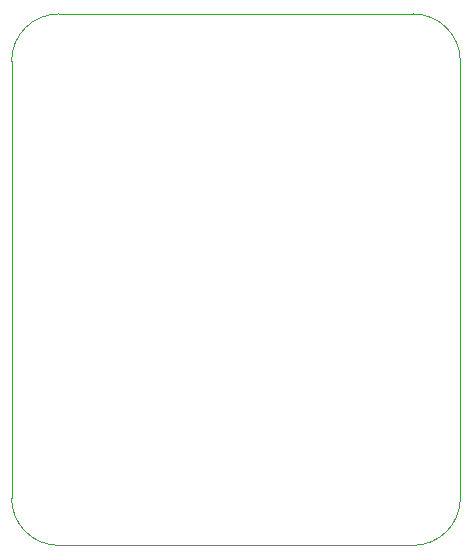
<source format=gbr>
%TF.GenerationSoftware,KiCad,Pcbnew,9.0.0*%
%TF.CreationDate,2025-03-17T17:34:53-07:00*%
%TF.ProjectId,Motor_Joint_Splitter,4d6f746f-725f-44a6-9f69-6e745f53706c,rev?*%
%TF.SameCoordinates,Original*%
%TF.FileFunction,Profile,NP*%
%FSLAX46Y46*%
G04 Gerber Fmt 4.6, Leading zero omitted, Abs format (unit mm)*
G04 Created by KiCad (PCBNEW 9.0.0) date 2025-03-17 17:34:53*
%MOMM*%
%LPD*%
G01*
G04 APERTURE LIST*
%TA.AperFunction,Profile*%
%ADD10C,0.050000*%
%TD*%
G04 APERTURE END LIST*
D10*
X184000000Y-60000000D02*
X154000000Y-60000000D01*
X184000000Y-60000000D02*
G75*
G02*
X188000000Y-64000000I0J-4000000D01*
G01*
X154000000Y-105000000D02*
X184000000Y-105000000D01*
X188000000Y-64000000D02*
X188000000Y-101000000D01*
X188000000Y-101000000D02*
G75*
G02*
X184000000Y-105000000I-4000000J0D01*
G01*
X150000000Y-64000000D02*
X150000000Y-101000000D01*
X154000000Y-105000000D02*
G75*
G02*
X150000000Y-101000000I0J4000000D01*
G01*
X150000000Y-64000000D02*
G75*
G02*
X154000000Y-60000000I4000000J0D01*
G01*
M02*

</source>
